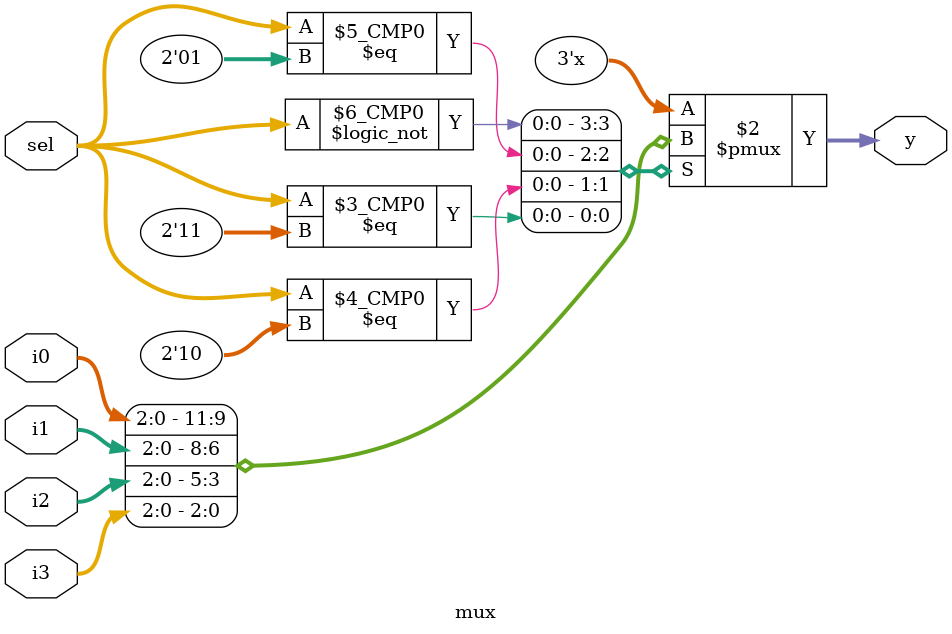
<source format=v>
module mux(i0, i1, i2, i3, sel, y);
    input [2:0] i0, i1, i2, i3; 
    input [1:0] sel;
    output reg [2:0] y;
    always @(*)
    begin
        case(sel)
            2'b00: y=i0;
            2'b01: y=i1;
            2'b10: y=i2;
            2'b11: y=i3;
        endcase
    end
endmodule
</source>
